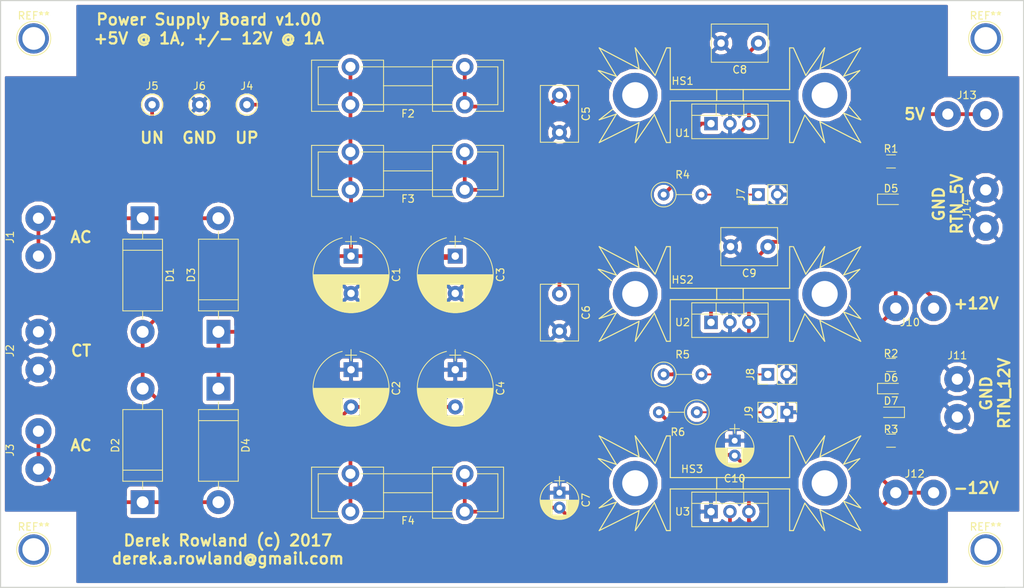
<source format=kicad_pcb>
(kicad_pcb (version 4) (host pcbnew 4.0.6)
  (layers (0 F.Cu signal hide) (31 B.Cu signal hide) (34 B.Paste user) (35 F.Paste user) (36 B.SilkS user) (37 F.SilkS user) (38 B.Mask user) (39 F.Mask user) (44 Edge.Cuts user))
  (net 0 "")
  (net 1 "Net-(D1-Pad1)")
  (net 2 "Net-(D2-Pad1)")
  (net 3 /UnregN)
  (net 4 /UnregP)
  (net 5 GND)
  (net 6 "Net-(C5-Pad1)")
  (net 7 "Net-(C6-Pad1)")
  (net 8 "Net-(C7-Pad2)")
  (net 9 /Reg_5V)
  (net 10 /Reg_+12V)
  (net 11 /Reg_-12V)
  (net 12 "Net-(D5-Pad2)")
  (net 13 "Net-(D6-Pad2)")
  (net 14 "Net-(D7-Pad1)")
  (net 15 "Net-(J7-Pad1)")
  (net 16 "Net-(J8-Pad1)")
  (net 17 "Net-(J9-Pad2)")
  (module Connectors:1pin (layer F.Cu) (at 210.82 38.1)
    (fp_text reference REF** (at 0 -3.048) (layer F.SilkS))
    (fp_text value 1pin)
    (pad 1 thru_hole circle (at 0 0) (size 4.064 4.064) (drill 3.048) (layers *.Cu *.Mask))
  )
  (module Wire_Pads:SolderWirePad_2x_1-5mmDrill (layer F.Cu) (at 201.295 74.295)
    (fp_text reference J10 (at -0.635 1.905) (layer F.SilkS))
    (fp_text value +12V)
    (pad 1 thru_hole circle (at -2.54 0) (size 3.50012 3.50012) (drill 1.50114) (layers *.Cu *.Mask) (net 10 /Reg_+12V))
    (pad 1 thru_hole circle (at 2.54 0) (size 3.50012 3.50012) (drill 1.50114) (layers *.Cu *.Mask) (net 10 /Reg_+12V))
  )
  (module Connectors:1pin (layer F.Cu) (at 210.82 106.68)
    (fp_text reference REF** (at 0 -3.048) (layer F.SilkS))
    (fp_text value 1pin)
    (pad 1 thru_hole circle (at 0 0) (size 4.064 4.064) (drill 3.048) (layers *.Cu *.Mask))
  )
  (module Connectors:1pin (layer F.Cu) (at 83.185 106.68)
    (fp_text reference REF** (at 0 -3.048) (layer F.SilkS))
    (fp_text value 1pin)
    (pad 1 thru_hole circle (at 0 0) (size 4.064 4.064) (drill 3.048) (layers *.Cu *.Mask))
  )
  (module Heatsinks:Heatsink_Fischer_SK104-STCB_35x13mm__2xDrill3.5mm_ScrewM3 (layer F.Cu) (at 176.53 97.79)
    (fp_text reference HS3 (at -5.08 -1.905) (layer F.SilkS))
    (fp_text value Heatsink)
    (pad 1 thru_hole circle (at 12.7 0) (size 5.99948 5.99948) (drill 3.50012) (layers *.Cu *.Mask))
    (pad 1 thru_hole circle (at -12.7 0) (size 5.99948 5.99948) (drill 3.50012) (layers *.Cu *.Mask))
  )
  (module Heatsinks:Heatsink_Fischer_SK104-STCB_35x13mm__2xDrill3.5mm_ScrewM3 (layer F.Cu) (at 176.53 72.39)
    (fp_text reference HS2 (at -6.35 -1.905) (layer F.SilkS))
    (fp_text value Heatsink)
    (pad 1 thru_hole circle (at 12.7 0) (size 5.99948 5.99948) (drill 3.50012) (layers *.Cu *.Mask))
    (pad 1 thru_hole circle (at -12.7 0) (size 5.99948 5.99948) (drill 3.50012) (layers *.Cu *.Mask))
  )
  (module Diodes_THT:D_DO-201AD_P15.24mm_Horizontal (layer F.Cu) (at 97.79 62.23 270)
    (fp_text reference D1 (at 7.62 -3.66 270) (layer F.SilkS))
    (fp_text value MR852G)
    (pad 1 thru_hole rect (at 0 0 270) (size 3.2 3.2) (drill 1.6) (layers *.Cu *.Mask) (net 1 "Net-(D1-Pad1)"))
    (pad 2 thru_hole oval (at 15.24 0 270) (size 3.2 3.2) (drill 1.6) (layers *.Cu *.Mask) (net 3 /UnregN))
  )
  (module Diodes_THT:D_DO-201AD_P15.24mm_Horizontal (layer F.Cu) (at 97.79 100.33 90)
    (fp_text reference D2 (at 7.62 -3.66 90) (layer F.SilkS))
    (fp_text value MR852G)
    (pad 1 thru_hole rect (at 0 0 90) (size 3.2 3.2) (drill 1.6) (layers *.Cu *.Mask) (net 2 "Net-(D2-Pad1)"))
    (pad 2 thru_hole oval (at 15.24 0 90) (size 3.2 3.2) (drill 1.6) (layers *.Cu *.Mask) (net 3 /UnregN))
  )
  (module Diodes_THT:D_DO-201AD_P15.24mm_Horizontal (layer F.Cu) (at 107.95 77.47 90)
    (fp_text reference D3 (at 7.62 -3.66 90) (layer F.SilkS))
    (fp_text value MR852G)
    (pad 1 thru_hole rect (at 0 0 90) (size 3.2 3.2) (drill 1.6) (layers *.Cu *.Mask) (net 4 /UnregP))
    (pad 2 thru_hole oval (at 15.24 0 90) (size 3.2 3.2) (drill 1.6) (layers *.Cu *.Mask) (net 1 "Net-(D1-Pad1)"))
  )
  (module Diodes_THT:D_DO-201AD_P15.24mm_Horizontal (layer F.Cu) (at 107.95 85.09 270)
    (fp_text reference D4 (at 7.62 -3.66 270) (layer F.SilkS))
    (fp_text value MR852G)
    (pad 1 thru_hole rect (at 0 0 270) (size 3.2 3.2) (drill 1.6) (layers *.Cu *.Mask) (net 4 /UnregP))
    (pad 2 thru_hole oval (at 15.24 0 270) (size 3.2 3.2) (drill 1.6) (layers *.Cu *.Mask) (net 2 "Net-(D2-Pad1)"))
  )
  (module Wire_Pads:SolderWirePad_2x_1-5mmDrill (layer F.Cu) (at 83.82 64.77 270)
    (fp_text reference J1 (at 0 3.81 270) (layer F.SilkS))
    (fp_text value AC+)
    (pad 1 thru_hole circle (at -2.54 0 270) (size 3.50012 3.50012) (drill 1.50114) (layers *.Cu *.Mask) (net 1 "Net-(D1-Pad1)"))
    (pad 1 thru_hole circle (at 2.54 0 270) (size 3.50012 3.50012) (drill 1.50114) (layers *.Cu *.Mask) (net 1 "Net-(D1-Pad1)"))
  )
  (module Wire_Pads:SolderWirePad_2x_1-5mmDrill (layer F.Cu) (at 83.82 80.01 90)
    (fp_text reference J2 (at 0 -3.81 90) (layer F.SilkS))
    (fp_text value AC_CT)
    (pad 1 thru_hole circle (at -2.54 0 90) (size 3.50012 3.50012) (drill 1.50114) (layers *.Cu *.Mask) (net 5 GND))
    (pad 1 thru_hole circle (at 2.54 0 90) (size 3.50012 3.50012) (drill 1.50114) (layers *.Cu *.Mask) (net 5 GND))
  )
  (module Wire_Pads:SolderWirePad_2x_1-5mmDrill (layer F.Cu) (at 83.82 93.345 90)
    (fp_text reference J3 (at 0 -3.81 90) (layer F.SilkS))
    (fp_text value AC-)
    (pad 1 thru_hole circle (at -2.54 0 90) (size 3.50012 3.50012) (drill 1.50114) (layers *.Cu *.Mask) (net 2 "Net-(D2-Pad1)"))
    (pad 1 thru_hole circle (at 2.54 0 90) (size 3.50012 3.50012) (drill 1.50114) (layers *.Cu *.Mask) (net 2 "Net-(D2-Pad1)"))
  )
  (module Capacitors_THT:CP_Radial_D10.0mm_P5.00mm (layer F.Cu) (at 125.73 67.31 270)
    (fp_text reference C1 (at 2.5 -6.06 270) (layer F.SilkS))
    (fp_text value 2200uF)
    (pad 1 thru_hole rect (at 0 0 270) (size 2 2) (drill 1) (layers *.Cu *.Mask) (net 4 /UnregP))
    (pad 2 thru_hole circle (at 5 0 270) (size 2 2) (drill 1) (layers *.Cu *.Mask) (net 5 GND))
  )
  (module Capacitors_THT:CP_Radial_D10.0mm_P5.00mm (layer F.Cu) (at 125.73 82.55 270)
    (fp_text reference C2 (at 2.5 -6.06 270) (layer F.SilkS))
    (fp_text value 2200uF)
    (pad 1 thru_hole rect (at 0 0 270) (size 2 2) (drill 1) (layers *.Cu *.Mask) (net 5 GND))
    (pad 2 thru_hole circle (at 5 0 270) (size 2 2) (drill 1) (layers *.Cu *.Mask) (net 3 /UnregN))
  )
  (module Capacitors_THT:CP_Radial_D10.0mm_P5.00mm (layer F.Cu) (at 139.7 67.31 270)
    (fp_text reference C3 (at 2.5 -6.06 270) (layer F.SilkS))
    (fp_text value 10uF)
    (pad 1 thru_hole rect (at 0 0 270) (size 2 2) (drill 1) (layers *.Cu *.Mask) (net 4 /UnregP))
    (pad 2 thru_hole circle (at 5 0 270) (size 2 2) (drill 1) (layers *.Cu *.Mask) (net 5 GND))
  )
  (module Capacitors_THT:CP_Radial_D10.0mm_P5.00mm (layer F.Cu) (at 139.7 82.55 270)
    (fp_text reference C4 (at 2.5 -6.06 270) (layer F.SilkS))
    (fp_text value 10uF)
    (pad 1 thru_hole rect (at 0 0 270) (size 2 2) (drill 1) (layers *.Cu *.Mask) (net 5 GND))
    (pad 2 thru_hole circle (at 5 0 270) (size 2 2) (drill 1) (layers *.Cu *.Mask) (net 3 /UnregN))
  )
  (module Measurement_Points:Test_Point_Keystone_5000-5004_Miniature (layer F.Cu) (at 111.76 46.99)
    (fp_text reference J4 (at 0 -2.5) (layer F.SilkS))
    (fp_text value TP_UnregP)
    (pad 1 thru_hole circle (at 0 0) (size 2 2) (drill 1) (layers *.Cu *.Mask) (net 4 /UnregP))
  )
  (module Measurement_Points:Test_Point_Keystone_5000-5004_Miniature (layer F.Cu) (at 99.06 46.99)
    (fp_text reference J5 (at 0 -2.5) (layer F.SilkS))
    (fp_text value TP_UnregN)
    (pad 1 thru_hole circle (at 0 0) (size 2 2) (drill 1) (layers *.Cu *.Mask) (net 3 /UnregN))
  )
  (module Measurement_Points:Test_Point_Keystone_5000-5004_Miniature (layer F.Cu) (at 105.41 46.99)
    (fp_text reference J6 (at 0 -2.5) (layer F.SilkS))
    (fp_text value TP_GND)
    (pad 1 thru_hole circle (at 0 0) (size 2 2) (drill 1) (layers *.Cu *.Mask) (net 5 GND))
  )
  (module Capacitors_THT:C_Disc_D7.5mm_W5.0mm_P5.00mm (layer F.Cu) (at 153.67 45.72 270)
    (fp_text reference C5 (at 2.5 -3.56 270) (layer F.SilkS))
    (fp_text value 0.33uF)
    (pad 1 thru_hole circle (at 0 0 270) (size 2 2) (drill 1) (layers *.Cu *.Mask) (net 6 "Net-(C5-Pad1)"))
    (pad 2 thru_hole circle (at 5 0 270) (size 2 2) (drill 1) (layers *.Cu *.Mask) (net 5 GND))
  )
  (module Capacitors_THT:C_Disc_D7.5mm_W5.0mm_P5.00mm (layer F.Cu) (at 153.67 72.39 270)
    (fp_text reference C6 (at 2.5 -3.56 270) (layer F.SilkS))
    (fp_text value 0.33uF)
    (pad 1 thru_hole circle (at 0 0 270) (size 2 2) (drill 1) (layers *.Cu *.Mask) (net 7 "Net-(C6-Pad1)"))
    (pad 2 thru_hole circle (at 5 0 270) (size 2 2) (drill 1) (layers *.Cu *.Mask) (net 5 GND))
  )
  (module Fuse_Holders_and_Fuses:Fuseholder5x20_horiz_open_lateral_Type-II (layer F.Cu) (at 140.97 46.99 180)
    (fp_text reference F2 (at 7.61 -1.21 180) (layer F.SilkS))
    (fp_text value +5V)
    (pad 2 thru_hole circle (at 15.32 0 180) (size 2.35 2.35) (drill 1.35) (layers *.Cu *.Mask) (net 4 /UnregP))
    (pad 2 thru_hole circle (at 15.32 5.08 180) (size 2.35 2.35) (drill 1.35) (layers *.Cu *.Mask) (net 4 /UnregP))
    (pad 1 thru_hole circle (at 0 0 180) (size 2.35 2.35) (drill 1.35) (layers *.Cu *.Mask) (net 6 "Net-(C5-Pad1)"))
    (pad 1 thru_hole circle (at 0 5.08 180) (size 2.35 2.35) (drill 1.35) (layers *.Cu *.Mask) (net 6 "Net-(C5-Pad1)"))
  )
  (module TO_SOT_Packages_THT:TO-220_Vertical (layer F.Cu) (at 173.99 49.53)
    (fp_text reference U1 (at -3.81 1.27) (layer F.SilkS))
    (fp_text value LM7805CT)
    (pad 1 thru_hole rect (at 0 0) (size 1.8 1.8) (drill 1) (layers *.Cu *.Mask) (net 6 "Net-(C5-Pad1)"))
    (pad 2 thru_hole oval (at 2.54 0) (size 1.8 1.8) (drill 1) (layers *.Cu *.Mask) (net 5 GND))
    (pad 3 thru_hole oval (at 5.08 0) (size 1.8 1.8) (drill 1) (layers *.Cu *.Mask) (net 9 /Reg_5V))
  )
  (module Heatsinks:Heatsink_Fischer_SK104-STCB_35x13mm__2xDrill3.5mm_ScrewM3 (layer F.Cu) (at 176.53 45.72)
    (fp_text reference HS1 (at -6.35 -1.905) (layer F.SilkS))
    (fp_text value Heatsink)
    (pad 1 thru_hole circle (at 12.7 0) (size 5.99948 5.99948) (drill 3.50012) (layers *.Cu *.Mask))
    (pad 1 thru_hole circle (at -12.7 0) (size 5.99948 5.99948) (drill 3.50012) (layers *.Cu *.Mask))
  )
  (module Capacitors_THT:CP_Radial_D5.0mm_P2.00mm (layer F.Cu) (at 153.67 99.06 270)
    (fp_text reference C7 (at 1 -3.56 270) (layer F.SilkS))
    (fp_text value 2.2uF)
    (pad 1 thru_hole rect (at 0 0 270) (size 1.6 1.6) (drill 0.8) (layers *.Cu *.Mask) (net 5 GND))
    (pad 2 thru_hole circle (at 2 0 270) (size 1.6 1.6) (drill 0.8) (layers *.Cu *.Mask) (net 8 "Net-(C7-Pad2)"))
  )
  (module Capacitors_THT:C_Disc_D7.5mm_W5.0mm_P5.00mm (layer F.Cu) (at 180.34 38.735 180)
    (fp_text reference C8 (at 2.5 -3.56 180) (layer F.SilkS))
    (fp_text value 0.1uF)
    (pad 1 thru_hole circle (at 0 0 180) (size 2 2) (drill 1) (layers *.Cu *.Mask) (net 9 /Reg_5V))
    (pad 2 thru_hole circle (at 5 0 180) (size 2 2) (drill 1) (layers *.Cu *.Mask) (net 5 GND))
  )
  (module Capacitors_THT:C_Disc_D7.5mm_W5.0mm_P5.00mm (layer F.Cu) (at 181.61 66.04 180)
    (fp_text reference C9 (at 2.5 -3.56 180) (layer F.SilkS))
    (fp_text value 0.1uF)
    (pad 1 thru_hole circle (at 0 0 180) (size 2 2) (drill 1) (layers *.Cu *.Mask) (net 10 /Reg_+12V))
    (pad 2 thru_hole circle (at 5 0 180) (size 2 2) (drill 1) (layers *.Cu *.Mask) (net 5 GND))
  )
  (module Capacitors_THT:CP_Radial_D5.0mm_P2.00mm (layer F.Cu) (at 177.165 92.075 270)
    (fp_text reference C10 (at 5.08 0 360) (layer F.SilkS))
    (fp_text value 1uF)
    (pad 1 thru_hole rect (at 0 0 270) (size 1.6 1.6) (drill 0.8) (layers *.Cu *.Mask) (net 5 GND))
    (pad 2 thru_hole circle (at 2 0 270) (size 1.6 1.6) (drill 0.8) (layers *.Cu *.Mask) (net 11 /Reg_-12V))
  )
  (module LEDs:LED_0805 (layer F.Cu) (at 198.12 59.69)
    (fp_text reference D5 (at 0 -1.45) (layer F.SilkS))
    (fp_text value LED)
    (pad 2 smd rect (at 1.1 0 180) (size 1.2 1.2) (layers F.Cu F.Paste F.Mask) (net 12 "Net-(D5-Pad2)"))
    (pad 1 smd rect (at -1.1 0 180) (size 1.2 1.2) (layers F.Cu F.Paste F.Mask) (net 5 GND))
  )
  (module LEDs:LED_0805 (layer F.Cu) (at 198.12 85.09)
    (fp_text reference D6 (at 0 -1.45) (layer F.SilkS))
    (fp_text value LED)
    (pad 2 smd rect (at 1.1 0 180) (size 1.2 1.2) (layers F.Cu F.Paste F.Mask) (net 13 "Net-(D6-Pad2)"))
    (pad 1 smd rect (at -1.1 0 180) (size 1.2 1.2) (layers F.Cu F.Paste F.Mask) (net 5 GND))
  )
  (module LEDs:LED_0805 (layer F.Cu) (at 198.12 88.265 180)
    (fp_text reference D7 (at 0 1.524 180) (layer F.SilkS))
    (fp_text value LED)
    (pad 2 smd rect (at 1.1 0) (size 1.2 1.2) (layers F.Cu F.Paste F.Mask) (net 5 GND))
    (pad 1 smd rect (at -1.1 0) (size 1.2 1.2) (layers F.Cu F.Paste F.Mask) (net 14 "Net-(D7-Pad1)"))
  )
  (module Fuse_Holders_and_Fuses:Fuseholder5x20_horiz_open_lateral_Type-II (layer F.Cu) (at 140.97 58.42 180)
    (fp_text reference F3 (at 7.61 -1.21 180) (layer F.SilkS))
    (fp_text value +12V)
    (pad 2 thru_hole circle (at 15.32 0 180) (size 2.35 2.35) (drill 1.35) (layers *.Cu *.Mask) (net 4 /UnregP))
    (pad 2 thru_hole circle (at 15.32 5.08 180) (size 2.35 2.35) (drill 1.35) (layers *.Cu *.Mask) (net 4 /UnregP))
    (pad 1 thru_hole circle (at 0 0 180) (size 2.35 2.35) (drill 1.35) (layers *.Cu *.Mask) (net 7 "Net-(C6-Pad1)"))
    (pad 1 thru_hole circle (at 0 5.08 180) (size 2.35 2.35) (drill 1.35) (layers *.Cu *.Mask) (net 7 "Net-(C6-Pad1)"))
  )
  (module Fuse_Holders_and_Fuses:Fuseholder5x20_horiz_open_lateral_Type-II (layer F.Cu) (at 140.97 101.6 180)
    (fp_text reference F4 (at 7.61 -1.21 180) (layer F.SilkS))
    (fp_text value -12V)
    (pad 2 thru_hole circle (at 15.32 0 180) (size 2.35 2.35) (drill 1.35) (layers *.Cu *.Mask) (net 3 /UnregN))
    (pad 2 thru_hole circle (at 15.32 5.08 180) (size 2.35 2.35) (drill 1.35) (layers *.Cu *.Mask) (net 3 /UnregN))
    (pad 1 thru_hole circle (at 0 0 180) (size 2.35 2.35) (drill 1.35) (layers *.Cu *.Mask) (net 8 "Net-(C7-Pad2)"))
    (pad 1 thru_hole circle (at 0 5.08 180) (size 2.35 2.35) (drill 1.35) (layers *.Cu *.Mask) (net 8 "Net-(C7-Pad2)"))
  )
  (module Pin_Headers:Pin_Header_Straight_1x02_Pitch2.54mm (layer F.Cu) (at 180.34 59.055 90)
    (fp_text reference J7 (at 0 -2.33 90) (layer F.SilkS))
    (fp_text value LED_5V)
    (pad 1 thru_hole rect (at 0 0 90) (size 1.7 1.7) (drill 1) (layers *.Cu *.Mask) (net 15 "Net-(J7-Pad1)"))
    (pad 2 thru_hole oval (at 0 2.54 90) (size 1.7 1.7) (drill 1) (layers *.Cu *.Mask) (net 5 GND))
  )
  (module Pin_Headers:Pin_Header_Straight_1x02_Pitch2.54mm (layer F.Cu) (at 181.61 83.185 90)
    (fp_text reference J8 (at 0 -2.33 90) (layer F.SilkS))
    (fp_text value LED_+12V)
    (pad 1 thru_hole rect (at 0 0 90) (size 1.7 1.7) (drill 1) (layers *.Cu *.Mask) (net 16 "Net-(J8-Pad1)"))
    (pad 2 thru_hole oval (at 0 2.54 90) (size 1.7 1.7) (drill 1) (layers *.Cu *.Mask) (net 5 GND))
  )
  (module Pin_Headers:Pin_Header_Straight_1x02_Pitch2.54mm (layer F.Cu) (at 184.15 88.265 270)
    (fp_text reference J9 (at 0 5.08 270) (layer F.SilkS))
    (fp_text value LED_-12V)
    (pad 1 thru_hole rect (at 0 0 270) (size 1.7 1.7) (drill 1) (layers *.Cu *.Mask) (net 5 GND))
    (pad 2 thru_hole oval (at 0 2.54 270) (size 1.7 1.7) (drill 1) (layers *.Cu *.Mask) (net 17 "Net-(J9-Pad2)"))
  )
  (module Wire_Pads:SolderWirePad_2x_1-5mmDrill (layer F.Cu) (at 207.01 86.36 90)
    (fp_text reference J11 (at 5.715 0 180) (layer F.SilkS))
    (fp_text value RTN_12V)
    (pad 1 thru_hole circle (at -2.54 0 90) (size 3.50012 3.50012) (drill 1.50114) (layers *.Cu *.Mask) (net 5 GND))
    (pad 1 thru_hole circle (at 2.54 0 90) (size 3.50012 3.50012) (drill 1.50114) (layers *.Cu *.Mask) (net 5 GND))
  )
  (module Wire_Pads:SolderWirePad_2x_1-5mmDrill (layer F.Cu) (at 201.295 99.06)
    (fp_text reference J12 (at 0 -2.54) (layer F.SilkS))
    (fp_text value -12V)
    (pad 1 thru_hole circle (at -2.54 0) (size 3.50012 3.50012) (drill 1.50114) (layers *.Cu *.Mask) (net 11 /Reg_-12V))
    (pad 1 thru_hole circle (at 2.54 0) (size 3.50012 3.50012) (drill 1.50114) (layers *.Cu *.Mask) (net 11 /Reg_-12V))
  )
  (module Wire_Pads:SolderWirePad_2x_1-5mmDrill (layer F.Cu) (at 208.28 48.26)
    (fp_text reference J13 (at 0 -2.54) (layer F.SilkS))
    (fp_text value +5V)
    (pad 1 thru_hole circle (at -2.54 0) (size 3.50012 3.50012) (drill 1.50114) (layers *.Cu *.Mask) (net 9 /Reg_5V))
    (pad 1 thru_hole circle (at 2.54 0) (size 3.50012 3.50012) (drill 1.50114) (layers *.Cu *.Mask) (net 9 /Reg_5V))
  )
  (module Wire_Pads:SolderWirePad_2x_1-5mmDrill (layer F.Cu) (at 210.82 60.96 90)
    (fp_text reference J14 (at 0 -2.54 90) (layer F.SilkS))
    (fp_text value RTN_5V)
    (pad 1 thru_hole circle (at -2.54 0 90) (size 3.50012 3.50012) (drill 1.50114) (layers *.Cu *.Mask) (net 5 GND))
    (pad 1 thru_hole circle (at 2.54 0 90) (size 3.50012 3.50012) (drill 1.50114) (layers *.Cu *.Mask) (net 5 GND))
  )
  (module Resistors_SMD:R_0805_HandSoldering (layer F.Cu) (at 198.12 54.61)
    (fp_text reference R1 (at 0 -1.7) (layer F.SilkS))
    (fp_text value 150)
    (pad 1 smd rect (at -1.35 0) (size 1.5 1.3) (layers F.Cu F.Paste F.Mask) (net 9 /Reg_5V))
    (pad 2 smd rect (at 1.35 0) (size 1.5 1.3) (layers F.Cu F.Paste F.Mask) (net 12 "Net-(D5-Pad2)"))
  )
  (module Resistors_SMD:R_0805_HandSoldering (layer F.Cu) (at 198.12 81.915)
    (fp_text reference R2 (at 0 -1.524) (layer F.SilkS))
    (fp_text value 500)
    (pad 1 smd rect (at -1.35 0) (size 1.5 1.3) (layers F.Cu F.Paste F.Mask) (net 10 /Reg_+12V))
    (pad 2 smd rect (at 1.35 0) (size 1.5 1.3) (layers F.Cu F.Paste F.Mask) (net 13 "Net-(D6-Pad2)"))
  )
  (module Resistors_SMD:R_0805_HandSoldering (layer F.Cu) (at 198.12 92.075 180)
    (fp_text reference R3 (at 0 1.524 180) (layer F.SilkS))
    (fp_text value 500)
    (pad 1 smd rect (at -1.35 0 180) (size 1.5 1.3) (layers F.Cu F.Paste F.Mask) (net 14 "Net-(D7-Pad1)"))
    (pad 2 smd rect (at 1.35 0 180) (size 1.5 1.3) (layers F.Cu F.Paste F.Mask) (net 11 /Reg_-12V))
  )
  (module Resistors_THT:R_Axial_DIN0309_L9.0mm_D3.2mm_P5.08mm_Vertical (layer F.Cu) (at 167.64 59.055)
    (fp_text reference R4 (at 2.54 -2.66) (layer F.SilkS))
    (fp_text value 1k)
    (pad 1 thru_hole circle (at 0 0) (size 1.6 1.6) (drill 0.8) (layers *.Cu *.Mask) (net 9 /Reg_5V))
    (pad 2 thru_hole oval (at 5.08 0) (size 1.6 1.6) (drill 0.8) (layers *.Cu *.Mask) (net 15 "Net-(J7-Pad1)"))
  )
  (module Resistors_THT:R_Axial_DIN0309_L9.0mm_D3.2mm_P5.08mm_Vertical (layer F.Cu) (at 167.64 83.185)
    (fp_text reference R5 (at 2.54 -2.66) (layer F.SilkS))
    (fp_text value 1k)
    (pad 1 thru_hole circle (at 0 0) (size 1.6 1.6) (drill 0.8) (layers *.Cu *.Mask) (net 10 /Reg_+12V))
    (pad 2 thru_hole oval (at 5.08 0) (size 1.6 1.6) (drill 0.8) (layers *.Cu *.Mask) (net 16 "Net-(J8-Pad1)"))
  )
  (module Resistors_THT:R_Axial_DIN0309_L9.0mm_D3.2mm_P5.08mm_Vertical (layer F.Cu) (at 172.085 88.265 180)
    (fp_text reference R6 (at 2.54 -2.66 180) (layer F.SilkS))
    (fp_text value 1k)
    (pad 1 thru_hole circle (at 0 0 180) (size 1.6 1.6) (drill 0.8) (layers *.Cu *.Mask) (net 17 "Net-(J9-Pad2)"))
    (pad 2 thru_hole oval (at 5.08 0 180) (size 1.6 1.6) (drill 0.8) (layers *.Cu *.Mask) (net 11 /Reg_-12V))
  )
  (module TO_SOT_Packages_THT:TO-220_Vertical (layer F.Cu) (at 173.99 76.2)
    (fp_text reference U2 (at -3.81 0) (layer F.SilkS))
    (fp_text value LM7812CT)
    (pad 1 thru_hole rect (at 0 0) (size 1.8 1.8) (drill 1) (layers *.Cu *.Mask) (net 7 "Net-(C6-Pad1)"))
    (pad 2 thru_hole oval (at 2.54 0) (size 1.8 1.8) (drill 1) (layers *.Cu *.Mask) (net 5 GND))
    (pad 3 thru_hole oval (at 5.08 0) (size 1.8 1.8) (drill 1) (layers *.Cu *.Mask) (net 10 /Reg_+12V))
  )
  (module TO_SOT_Packages_THT:TO-220_Vertical (layer F.Cu) (at 173.99 101.6)
    (fp_text reference U3 (at -3.81 0) (layer F.SilkS))
    (fp_text value LM7912CT)
    (pad 1 thru_hole rect (at 0 0) (size 1.8 1.8) (drill 1) (layers *.Cu *.Mask) (net 5 GND))
    (pad 2 thru_hole oval (at 2.54 0) (size 1.8 1.8) (drill 1) (layers *.Cu *.Mask) (net 8 "Net-(C7-Pad2)"))
    (pad 3 thru_hole oval (at 5.08 0) (size 1.8 1.8) (drill 1) (layers *.Cu *.Mask) (net 11 /Reg_-12V))
  )
  (module Connectors:1pin (layer F.Cu) (at 83.185 38.1)
    (fp_text reference REF** (at 0 -3.048) (layer F.SilkS))
    (fp_text value 1pin)
    (pad 1 thru_hole circle (at 0 0) (size 4.064 4.064) (drill 3.048) (layers *.Cu *.Mask))
  )
  (gr_text AC (at 89.535 92.71) (layer F.SilkS) (effects (font (size 1.5 1.5) (thickness 0.3))))
  (gr_text AC (at 89.535 64.77) (layer F.SilkS) (effects (font (size 1.5 1.5) (thickness 0.3))))
  (gr_text CT (at 89.535 80.01) (layer F.SilkS) (effects (font (size 1.5 1.5) (thickness 0.3))))
  (gr_text "GND\nRTN_12V" (at 212.09 85.725 90) (layer F.SilkS) (effects (font (size 1.5 1.5) (thickness 0.3))))
  (gr_text -12V (at 209.55 98.425) (layer F.SilkS) (effects (font (size 1.5 1.5) (thickness 0.3))))
  (gr_text +12V (at 209.55 73.66) (layer F.SilkS) (effects (font (size 1.5 1.5) (thickness 0.3))))
  (gr_text "GND\nRTN_5V" (at 205.74 60.325 90) (layer F.SilkS) (effects (font (size 1.5 1.5) (thickness 0.3))))
  (gr_text 5V (at 201.295 48.26) (layer F.SilkS) (effects (font (size 1.5 1.5) (thickness 0.3))))
  (gr_text UN (at 99.06 51.435) (layer F.SilkS) (effects (font (size 1.5 1.5) (thickness 0.3))))
  (gr_text "UP\n" (at 111.76 51.435) (layer F.SilkS) (effects (font (size 1.5 1.5) (thickness 0.3))))
  (gr_text "GND\n" (at 105.41 51.435) (layer F.SilkS) (effects (font (size 1.5 1.5) (thickness 0.3))))
  (gr_text "Derek Rowland (c) 2017\nderek.a.rowland@gmail.com" (at 109.22 106.68) (layer F.SilkS) (effects (font (size 1.5 1.5) (thickness 0.3))))
  (gr_text "+5V @ 1A, +/- 12V @ 1A\n" (at 106.68 38.1) (layer F.SilkS) (effects (font (size 1.5 1.5) (thickness 0.3))))
  (gr_text "Power Supply Board v1.00" (at 106.68 35.56) (layer F.SilkS) (effects (font (size 1.5 1.5) (thickness 0.3))))
  (gr_line (start 215.9 111.76) (end 215.9 33.02) (angle 90) (layer Edge.Cuts) (width 0.15))
  (gr_line (start 213.36 111.76) (end 215.9 111.76) (angle 90) (layer Edge.Cuts) (width 0.15))
  (gr_line (start 78.74 111.76) (end 213.36 111.76) (angle 90) (layer Edge.Cuts) (width 0.15))
  (gr_line (start 78.74 33.02) (end 78.74 111.76) (angle 90) (layer Edge.Cuts) (width 0.15))
  (gr_line (start 215.9 33.02) (end 78.74 33.02) (angle 90) (layer Edge.Cuts) (width 0.15))
  (segment (start 83.82 67.31) (end 83.82 62.23) (width 0.5) (layer F.Cu) (net 1))
  (segment (start 83.82 62.23) (end 97.79 62.23) (width 0.5) (layer F.Cu) (net 1))
  (segment (start 97.79 62.23) (end 107.95 62.23) (width 0.5) (layer F.Cu) (net 1))
  (segment (start 83.82 90.805) (end 83.82 95.885) (width 0.5) (layer F.Cu) (net 2))
  (segment (start 83.82 95.885) (end 88.265 100.33) (width 0.5) (layer F.Cu) (net 2))
  (segment (start 88.265 100.33) (end 97.79 100.33) (width 0.5) (layer F.Cu) (net 2))
  (segment (start 97.79 100.33) (end 107.95 100.33) (width 0.5) (layer F.Cu) (net 2))
  (segment (start 99.06 46.99) (end 99.06 51.816) (width 0.5) (layer F.Cu) (net 3))
  (segment (start 103.124 72.136) (end 97.79 77.47) (width 0.5) (layer F.Cu) (net 3))
  (segment (start 107.188 72.136) (end 103.124 72.136) (width 0.5) (layer F.Cu) (net 3))
  (segment (start 114.046 65.278) (end 107.188 72.136) (width 0.5) (layer F.Cu) (net 3))
  (segment (start 114.046 61.214) (end 114.046 65.278) (width 0.5) (layer F.Cu) (net 3))
  (segment (start 108.204 55.372) (end 114.046 61.214) (width 0.5) (layer F.Cu) (net 3))
  (segment (start 102.616 55.372) (end 108.204 55.372) (width 0.5) (layer F.Cu) (net 3))
  (segment (start 99.06 51.816) (end 102.616 55.372) (width 0.5) (layer F.Cu) (net 3))
  (segment (start 125.65 96.52) (end 125.65 101.6) (width 0.5) (layer F.Cu) (net 3))
  (segment (start 125.65 96.52) (end 125.65 94.662) (width 0.5) (layer F.Cu) (net 3))
  (segment (start 125.65 94.662) (end 122.134 91.146) (width 0.5) (layer F.Cu) (net 3))
  (segment (start 97.79 85.09) (end 98.298 85.09) (width 0.5) (layer F.Cu) (net 3))
  (segment (start 98.298 85.09) (end 104.394 91.186) (width 0.5) (layer F.Cu) (net 3))
  (segment (start 122.094 91.186) (end 122.134 91.146) (width 0.5) (layer F.Cu) (net 3))
  (segment (start 122.134 91.146) (end 125.73 87.55) (width 0.5) (layer F.Cu) (net 3))
  (segment (start 104.394 91.186) (end 122.094 91.186) (width 0.5) (layer F.Cu) (net 3))
  (segment (start 125.73 87.55) (end 139.7 87.55) (width 0.5) (layer F.Cu) (net 3))
  (segment (start 97.79 77.47) (end 97.79 85.09) (width 0.5) (layer F.Cu) (net 3))
  (segment (start 111.76 46.99) (end 121.412 46.99) (width 0.5) (layer F.Cu) (net 4))
  (segment (start 121.412 46.99) (end 125.65 51.228) (width 0.5) (layer F.Cu) (net 4))
  (segment (start 125.65 41.91) (end 125.65 46.99) (width 0.5) (layer F.Cu) (net 4))
  (segment (start 125.65 46.99) (end 125.65 51.228) (width 0.5) (layer F.Cu) (net 4))
  (segment (start 125.65 51.228) (end 125.65 53.34) (width 0.5) (layer F.Cu) (net 4))
  (segment (start 125.65 53.34) (end 125.65 58.42) (width 0.5) (layer F.Cu) (net 4))
  (segment (start 107.95 77.47) (end 112.268 77.47) (width 0.5) (layer F.Cu) (net 4))
  (segment (start 122.428 67.31) (end 125.73 67.31) (width 0.5) (layer F.Cu) (net 4))
  (segment (start 112.268 77.47) (end 122.428 67.31) (width 0.5) (layer F.Cu) (net 4))
  (segment (start 125.73 67.31) (end 125.73 58.5) (width 0.5) (layer F.Cu) (net 4))
  (segment (start 125.73 58.5) (end 125.65 58.42) (width 0.5) (layer F.Cu) (net 4))
  (segment (start 125.73 67.31) (end 139.7 67.31) (width 0.5) (layer F.Cu) (net 4))
  (segment (start 139.7 67.31) (end 139.446 67.564) (width 0.5) (layer F.Cu) (net 4))
  (segment (start 139.446 67.564) (end 133.096 67.564) (width 0.5) (layer F.Cu) (net 4))
  (segment (start 107.95 77.47) (end 107.95 85.09) (width 0.5) (layer F.Cu) (net 4))
  (segment (start 206.756 82.55) (end 207.01 82.804) (width 0.25) (layer F.Cu) (net 5))
  (segment (start 173.99 49.53) (end 172.72 49.53) (width 0.5) (layer F.Cu) (net 6))
  (segment (start 161.036 53.086) (end 153.67 45.72) (width 0.5) (layer F.Cu) (net 6))
  (segment (start 169.164 53.086) (end 161.036 53.086) (width 0.5) (layer F.Cu) (net 6))
  (segment (start 172.72 49.53) (end 169.164 53.086) (width 0.5) (layer F.Cu) (net 6))
  (segment (start 140.97 41.91) (end 140.97 46.99) (width 0.5) (layer F.Cu) (net 6))
  (segment (start 140.97 46.99) (end 141.224 47.244) (width 0.5) (layer F.Cu) (net 6))
  (segment (start 141.224 47.244) (end 152.146 47.244) (width 0.5) (layer F.Cu) (net 6))
  (segment (start 152.146 47.244) (end 153.67 45.72) (width 0.5) (layer F.Cu) (net 6))
  (segment (start 173.99 76.2) (end 173.99 68.326) (width 0.5) (layer F.Cu) (net 7))
  (segment (start 170.688 65.024) (end 151.892 65.024) (width 0.5) (layer F.Cu) (net 7))
  (segment (start 173.99 68.326) (end 170.688 65.024) (width 0.5) (layer F.Cu) (net 7))
  (segment (start 140.97 53.34) (end 140.97 58.42) (width 0.5) (layer F.Cu) (net 7))
  (segment (start 140.97 58.42) (end 145.288 58.42) (width 0.5) (layer F.Cu) (net 7))
  (segment (start 153.67 66.802) (end 153.67 72.39) (width 0.5) (layer F.Cu) (net 7))
  (segment (start 145.288 58.42) (end 151.892 65.024) (width 0.5) (layer F.Cu) (net 7))
  (segment (start 151.892 65.024) (end 153.67 66.802) (width 0.5) (layer F.Cu) (net 7))
  (segment (start 140.97 96.52) (end 140.97 101.6) (width 0.5) (layer F.Cu) (net 8))
  (segment (start 140.97 101.6) (end 150.368 101.6) (width 0.5) (layer F.Cu) (net 8))
  (segment (start 150.368 101.6) (end 150.908 101.06) (width 0.5) (layer F.Cu) (net 8))
  (segment (start 150.908 101.06) (end 153.638 101.06) (width 0.5) (layer F.Cu) (net 8))
  (segment (start 153.638 101.06) (end 157.48 104.902) (width 0.5) (layer F.Cu) (net 8))
  (segment (start 157.48 104.902) (end 175.514 104.902) (width 0.5) (layer F.Cu) (net 8))
  (segment (start 175.514 104.902) (end 176.53 103.886) (width 0.5) (layer F.Cu) (net 8))
  (segment (start 176.53 103.886) (end 176.53 101.6) (width 0.5) (layer F.Cu) (net 8))
  (segment (start 210.82 48.26) (end 205.74 48.26) (width 0.5) (layer F.Cu) (net 9))
  (segment (start 205.74 48.26) (end 201.93 48.26) (width 0.5) (layer F.Cu) (net 9))
  (segment (start 201.93 48.26) (end 196.77 53.42) (width 0.5) (layer F.Cu) (net 9))
  (segment (start 196.77 53.42) (end 196.77 54.61) (width 0.5) (layer F.Cu) (net 9))
  (segment (start 196.77 54.61) (end 178.435 54.61) (width 0.5) (layer F.Cu) (net 9))
  (segment (start 177.165 53.34) (end 175.26 53.34) (width 0.5) (layer F.Cu) (net 9))
  (segment (start 178.435 54.61) (end 177.165 53.34) (width 0.5) (layer F.Cu) (net 9))
  (segment (start 167.64 59.055) (end 171.45 55.245) (width 0.5) (layer F.Cu) (net 9))
  (segment (start 173.355 55.245) (end 175.26 53.34) (width 0.5) (layer F.Cu) (net 9))
  (segment (start 175.26 53.34) (end 179.07 49.53) (width 0.5) (layer F.Cu) (net 9))
  (segment (start 171.45 55.245) (end 173.355 55.245) (width 0.5) (layer F.Cu) (net 9))
  (segment (start 179.07 49.53) (end 179.07 40.005) (width 0.5) (layer F.Cu) (net 9))
  (segment (start 179.07 40.005) (end 180.34 38.735) (width 0.5) (layer F.Cu) (net 9))
  (segment (start 196.77 81.915) (end 196.77 76.28) (width 0.5) (layer F.Cu) (net 10))
  (segment (start 196.77 76.28) (end 198.755 74.295) (width 0.5) (layer F.Cu) (net 10))
  (segment (start 167.64 83.185) (end 168.91 83.185) (width 0.5) (layer F.Cu) (net 10))
  (segment (start 179.07 78.105) (end 179.07 76.2) (width 0.5) (layer F.Cu) (net 10))
  (segment (start 177.8 79.375) (end 179.07 78.105) (width 0.5) (layer F.Cu) (net 10))
  (segment (start 172.72 79.375) (end 177.8 79.375) (width 0.5) (layer F.Cu) (net 10))
  (segment (start 168.91 83.185) (end 172.72 79.375) (width 0.5) (layer F.Cu) (net 10))
  (segment (start 203.835 74.295) (end 203.835 73.025) (width 0.5) (layer F.Cu) (net 10))
  (segment (start 203.835 73.025) (end 198.755 67.945) (width 0.5) (layer F.Cu) (net 10))
  (segment (start 179.07 76.2) (end 179.07 68.58) (width 0.5) (layer F.Cu) (net 10))
  (segment (start 179.07 68.58) (end 182.245 65.405) (width 0.5) (layer F.Cu) (net 10))
  (segment (start 182.245 65.405) (end 196.215 65.405) (width 0.5) (layer F.Cu) (net 10))
  (segment (start 196.215 65.405) (end 198.755 67.945) (width 0.5) (layer F.Cu) (net 10))
  (segment (start 198.755 67.945) (end 198.755 69.215) (width 0.5) (layer F.Cu) (net 10))
  (segment (start 198.755 69.215) (end 198.755 74.295) (width 0.5) (layer F.Cu) (net 10))
  (segment (start 196.77 92.075) (end 196.77 97.075) (width 0.5) (layer F.Cu) (net 11))
  (segment (start 196.77 97.075) (end 198.755 99.06) (width 0.5) (layer F.Cu) (net 11))
  (segment (start 179.07 101.6) (end 179.07 102.87) (width 0.5) (layer F.Cu) (net 11))
  (segment (start 192.405 105.41) (end 198.755 99.06) (width 0.5) (layer F.Cu) (net 11))
  (segment (start 181.61 105.41) (end 192.405 105.41) (width 0.5) (layer F.Cu) (net 11))
  (segment (start 179.07 102.87) (end 181.61 105.41) (width 0.5) (layer F.Cu) (net 11))
  (segment (start 198.755 99.06) (end 203.835 99.06) (width 0.5) (layer F.Cu) (net 11))
  (segment (start 179.07 101.6) (end 179.07 95.98) (width 0.5) (layer F.Cu) (net 11))
  (segment (start 179.07 95.98) (end 177.07 93.98) (width 0.5) (layer F.Cu) (net 11))
  (segment (start 177.07 93.98) (end 172.72 93.98) (width 0.5) (layer F.Cu) (net 11))
  (segment (start 172.72 93.98) (end 167.005 88.265) (width 0.5) (layer F.Cu) (net 11))
  (segment (start 199.47 54.61) (end 199.47 59.44) (width 0.5) (layer F.Cu) (net 12))
  (segment (start 199.47 59.44) (end 199.22 59.69) (width 0.5) (layer F.Cu) (net 12))
  (segment (start 199.47 81.915) (end 199.47 84.84) (width 0.5) (layer F.Cu) (net 13))
  (segment (start 199.47 84.84) (end 199.22 85.09) (width 0.5) (layer F.Cu) (net 13))
  (segment (start 199.22 88.265) (end 199.22 91.825) (width 0.5) (layer F.Cu) (net 14))
  (segment (start 199.22 91.825) (end 199.47 92.075) (width 0.5) (layer F.Cu) (net 14))
  (segment (start 172.72 59.055) (end 180.34 59.055) (width 0.25) (layer F.Cu) (net 15))
  (segment (start 172.72 83.185) (end 181.61 83.185) (width 0.25) (layer F.Cu) (net 16))
  (segment (start 172.085 88.265) (end 181.61 88.265) (width 0.25) (layer F.Cu) (net 17))
  (zone (net 5) (net_name GND) (layer F.Cu) (connect_pads (clearance 0.508)) (min_thickness 0.254) (fill yes (arc_segments 16) (thermal_gap 0.508) (thermal_bridge_width 0.508))
    (polygon (pts (xy 215.9 111.76) (xy 78.74 111.76) (xy 78.74 33.02) (xy 215.9 33.02)))
  )
  (zone (net 5) (net_name GND) (layer B.Cu) (connect_pads (clearance 0.508)) (min_thickness 0.254) (fill yes (arc_segments 16) (thermal_gap 0.508) (thermal_bridge_width 0.508))
    (polygon (pts (xy 215.9 111.76) (xy 78.74 111.76) (xy 78.74 33.02) (xy 215.9 33.02)))
  )
  (zone (net 0) (net_name "") (layer F.Cu) (connect_pads (clearance 0.508)) (min_thickness 0.254)
    (keepout (tracks not_allowed) (vias not_allowed) (copperpour not_allowed))
    (fill (arc_segments 16) (thermal_gap 0.508) (thermal_bridge_width 0.508))
    (polygon (pts (xy 88.9 43.18) (xy 78.74 43.18) (xy 78.74 33.02) (xy 88.9 33.02)))
  )
  (zone (net 0) (net_name "") (layer F.Cu) (connect_pads (clearance 0.508)) (min_thickness 0.254)
    (keepout (tracks not_allowed) (vias not_allowed) (copperpour not_allowed))
    (fill (arc_segments 16) (thermal_gap 0.508) (thermal_bridge_width 0.508))
    (polygon (pts (xy 88.9 111.76) (xy 78.74 111.76) (xy 78.74 101.6) (xy 88.9 101.6)))
  )
  (zone (net 0) (net_name "") (layer B.Cu) (connect_pads (clearance 0.508)) (min_thickness 0.254)
    (keepout (tracks not_allowed) (vias not_allowed) (copperpour not_allowed))
    (fill (arc_segments 16) (thermal_gap 0.508) (thermal_bridge_width 0.508))
    (polygon (pts (xy 88.9 111.76) (xy 78.74 111.76) (xy 78.74 101.6) (xy 88.9 101.6)))
  )
  (zone (net 0) (net_name "") (layer B.Cu) (connect_pads (clearance 0.508)) (min_thickness 0.254)
    (keepout (tracks not_allowed) (vias not_allowed) (copperpour not_allowed))
    (fill (arc_segments 16) (thermal_gap 0.508) (thermal_bridge_width 0.508))
    (polygon (pts (xy 88.9 43.18) (xy 78.74 43.18) (xy 78.74 33.02) (xy 88.9 33.02)))
  )
  (zone (net 0) (net_name "") (layer B.Cu) (connect_pads (clearance 0.508)) (min_thickness 0.254)
    (keepout (tracks not_allowed) (vias not_allowed) (copperpour not_allowed))
    (fill (arc_segments 16) (thermal_gap 0.508) (thermal_bridge_width 0.508))
    (polygon (pts (xy 215.9 43.18) (xy 205.74 43.18) (xy 205.74 33.02) (xy 215.9 33.02)))
  )
  (zone (net 0) (net_name "") (layer F.Cu) (connect_pads (clearance 0.508)) (min_thickness 0.254)
    (keepout (tracks not_allowed) (vias not_allowed) (copperpour not_allowed))
    (fill (arc_segments 16) (thermal_gap 0.508) (thermal_bridge_width 0.508))
    (polygon (pts (xy 215.9 43.18) (xy 205.74 43.18) (xy 205.74 33.02) (xy 215.9 33.02)))
  )
  (zone (net 0) (net_name "") (layer F.Cu) (connect_pads (clearance 0.508)) (min_thickness 0.254)
    (keepout (tracks not_allowed) (vias not_allowed) (copperpour not_allowed))
    (fill (arc_segments 16) (thermal_gap 0.508) (thermal_bridge_width 0.508))
    (polygon (pts (xy 215.9 111.76) (xy 205.74 111.76) (xy 205.74 101.6) (xy 215.9 101.6)))
  )
  (zone (net 0) (net_name "") (layer B.Cu) (connect_pads (clearance 0.508)) (min_thickness 0.254)
    (keepout (tracks not_allowed) (vias not_allowed) (copperpour not_allowed))
    (fill (arc_segments 16) (thermal_gap 0.508) (thermal_bridge_width 0.508))
    (polygon (pts (xy 215.9 111.76) (xy 205.74 111.76) (xy 205.74 101.6) (xy 215.9 101.6)))
  )
)
</source>
